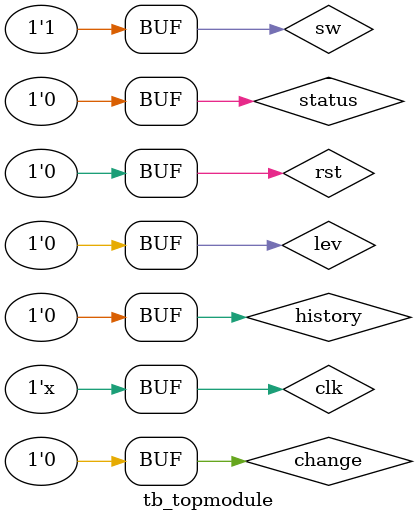
<source format=v>
`timescale 1ns / 1ps

module tb_topmodule;
/*
parameter BITSPI=8, SPI_MODE = 3,SPI_CLK_DIVIDER = 8,CLKS_PER_HALF_BIT = SPI_CLK_DIVIDER/2, MAX_EDGE_GEN = SPI_CLK_DIVIDER*2,SPI_SIZE = 2;           //dimensione dell'SPI_Code
parameter SS_SIZE = 2,DATABITS = 8; //numero di bits dati in ingresso
// parametri system core
parameter MAXD = 500,MAXLEV = 500, MAXB=17, Nbit = 7, tt = 20, ttb = 5;
parameter DATAB=8, DATAORE = 4, DATAL = 7, STAGE = 3, DATO = 2, DUMMY = 8, LEDB = 16;
parameter DATA_BW=8,DATA_BW_BIT=4, BAUD_RATE=9600, BAUD_COUNT=10416; 
parameter BAUD_BIT=14, BAUD_COUNT_x16=651,  BAUD_BIT_x16=10, OVER_SAMPL=16,OVER_SAMPL_BIT=5;
parameter ClkXBit = 4, BitClk=3, Word = 8 , BitWord = 3; 
*/
reg clk, rst, status, history, lev, change, sw;
wire cg,cf,ce,cd,cc,cb,ca;
wire an3, an2, an1, an0;
wire [15:0] led;
wire Out_Data_Serial;

topmodule /*#(BITSPI,SPI_MODE, SPI_CLK_DIVIDER, CLKS_PER_HALF_BIT,MAX_EDGE_GEN, SPI_SIZE, SS_SIZE, DATABITS,MAXD, MAXLEV, MAXB, Nbit,
DATAB, DATAORE, DATAL, STAGE, DATO, DUMMY, LEDB, tt, ttb, DATA_BW, DATA_BW_BIT, BAUD_RATE, BAUD_COUNT, BAUD_BIT, BAUD_COUNT_x16,BAUD_BIT_x16, OVER_SAMPL,
OVER_SAMPL_BIT,ClkXBit, BitClk, Word,BitWord )*/ t1(.clk(clk),.rst(rst),.status(status),.history(history),.lev(lev),.change(change),.sw(sw),.led(led)
,.ca(ca),.cb(cb),.cc(cc),.cd(cd),.ce(ce),.cf(cf),.cg(cg),.an0(an0),.an1(an1),.an2(an2),.an3(an3),.Out_Data_Serial(Out_Data_Serial));

always #5 clk=~clk;

initial
begin
clk=1'b0;
rst=1'b1;
status = 1'b0;
history = 1'b0;
lev = 1'b0;
change = 1'b0;
sw = 1'b0;
#50 rst = 1'b0;
#50000 sw = 1'b1;
#10000 lev = ~lev;
#10000 lev = ~lev;
#10000 lev = ~lev;
#10000 lev = ~lev;
#10000 status = ~status;
#10000 status = ~status;
#10000 change = ~change;
#10000 change = ~change;
#10000 lev = ~lev;
#10000 lev = ~lev;
#10000 history = ~history;
#10000 history = ~history;

end

endmodule


</source>
